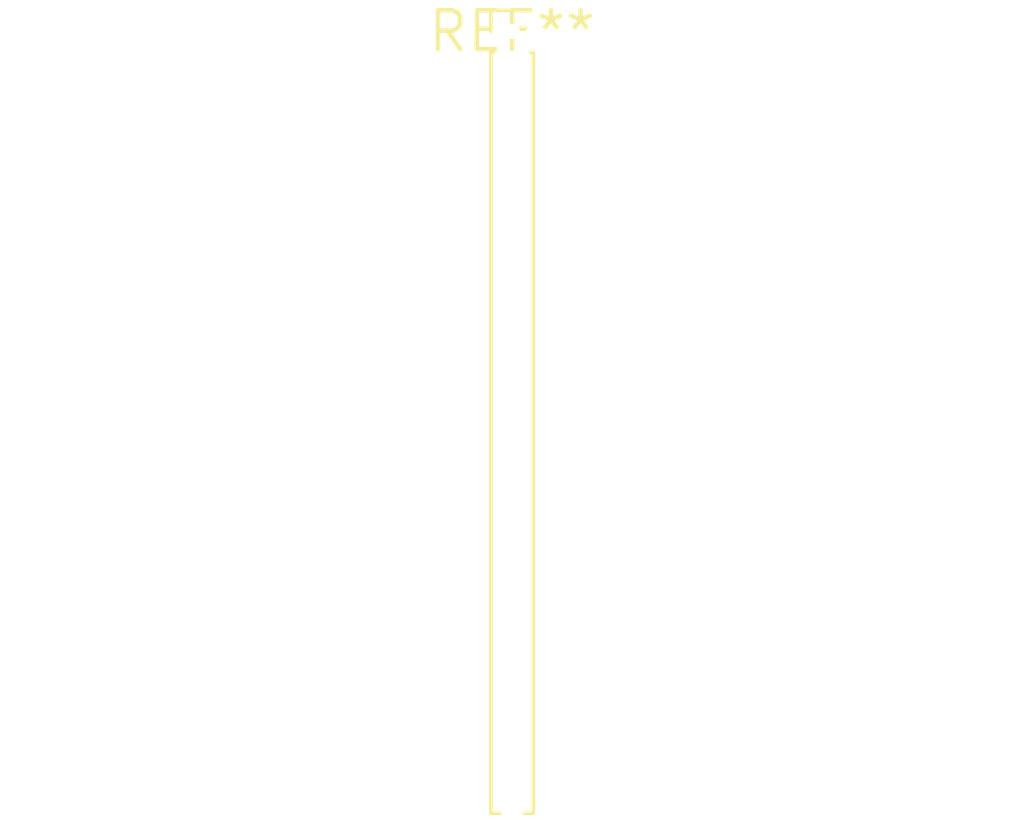
<source format=kicad_pcb>
(kicad_pcb (version 20240108) (generator pcbnew)
  (layers (0 "F.Cu" signal) (31 "B.Cu" signal) (34 "B.Paste" user) (35 "F.Paste" user) (36 "B.SilkS" user "B.Silkscreen") (37 "F.SilkS" user "F.Silkscreen") (38 "B.Mask" user) (39 "F.Mask" user) (44 "Edge.Cuts" user))
  (net 0 "")
  (footprint "PinHeader_1x26_P1.00mm_Vertical" (layer "F.Cu") (at 0 0)
    (property "Reference" "REF**")
    (property "Value" "PinHeader_1x26_P1.00mm_Vertical")
    (fp_line (start -0.695 -0.685) (end 0 -0.685) (layer "F.SilkS") (stroke (width 0.12)))
    (fp_line (start -0.695 0) (end -0.695 -0.685) (layer "F.SilkS") (stroke (width 0.12)))
    (fp_line (start -0.695 0.685) (end -0.695 25.56) (layer "F.SilkS") (stroke (width 0.12)))
    (fp_line (start -0.695 0.685) (end -0.608276 0.685) (layer "F.SilkS") (stroke (width 0.12)))
    (fp_line (start -0.695 25.56) (end -0.394493 25.56) (layer "F.SilkS") (stroke (width 0.12)))
    (fp_line (start 0.394493 25.56) (end 0.695 25.56) (layer "F.SilkS") (stroke (width 0.12)))
    (fp_line (start 0.608276 0.685) (end 0.695 0.685) (layer "F.SilkS") (stroke (width 0.12)))
    (fp_line (start 0.695 0.685) (end 0.695 25.56) (layer "F.SilkS") (stroke (width 0.12)))
    (pad "1" thru_hole rect (at 0 0) (size 0.85 0.85) (drill 0.5) (layers *.Cu *.Mask) (remove_unused_layers))
    (pad "2" thru_hole oval (at 0 1) (size 0.85 0.85) (drill 0.5) (layers *.Cu *.Mask) (remove_unused_layers))
    (pad "3" thru_hole oval (at 0 2) (size 0.85 0.85) (drill 0.5) (layers *.Cu *.Mask) (remove_unused_layers))
    (pad "4" thru_hole oval (at 0 3) (size 0.85 0.85) (drill 0.5) (layers *.Cu *.Mask) (remove_unused_layers))
    (pad "5" thru_hole oval (at 0 4) (size 0.85 0.85) (drill 0.5) (layers *.Cu *.Mask) (remove_unused_layers))
    (pad "6" thru_hole oval (at 0 5) (size 0.85 0.85) (drill 0.5) (layers *.Cu *.Mask) (remove_unused_layers))
    (pad "7" thru_hole oval (at 0 6) (size 0.85 0.85) (drill 0.5) (layers *.Cu *.Mask) (remove_unused_layers))
    (pad "8" thru_hole oval (at 0 7) (size 0.85 0.85) (drill 0.5) (layers *.Cu *.Mask) (remove_unused_layers))
    (pad "9" thru_hole oval (at 0 8) (size 0.85 0.85) (drill 0.5) (layers *.Cu *.Mask) (remove_unused_layers))
    (pad "10" thru_hole oval (at 0 9) (size 0.85 0.85) (drill 0.5) (layers *.Cu *.Mask) (remove_unused_layers))
    (pad "11" thru_hole oval (at 0 10) (size 0.85 0.85) (drill 0.5) (layers *.Cu *.Mask) (remove_unused_layers))
    (pad "12" thru_hole oval (at 0 11) (size 0.85 0.85) (drill 0.5) (layers *.Cu *.Mask) (remove_unused_layers))
    (pad "13" thru_hole oval (at 0 12) (size 0.85 0.85) (drill 0.5) (layers *.Cu *.Mask) (remove_unused_layers))
    (pad "14" thru_hole oval (at 0 13) (size 0.85 0.85) (drill 0.5) (layers *.Cu *.Mask) (remove_unused_layers))
    (pad "15" thru_hole oval (at 0 14) (size 0.85 0.85) (drill 0.5) (layers *.Cu *.Mask) (remove_unused_layers))
    (pad "16" thru_hole oval (at 0 15) (size 0.85 0.85) (drill 0.5) (layers *.Cu *.Mask) (remove_unused_layers))
    (pad "17" thru_hole oval (at 0 16) (size 0.85 0.85) (drill 0.5) (layers *.Cu *.Mask) (remove_unused_layers))
    (pad "18" thru_hole oval (at 0 17) (size 0.85 0.85) (drill 0.5) (layers *.Cu *.Mask) (remove_unused_layers))
    (pad "19" thru_hole oval (at 0 18) (size 0.85 0.85) (drill 0.5) (layers *.Cu *.Mask) (remove_unused_layers))
    (pad "20" thru_hole oval (at 0 19) (size 0.85 0.85) (drill 0.5) (layers *.Cu *.Mask) (remove_unused_layers))
    (pad "21" thru_hole oval (at 0 20) (size 0.85 0.85) (drill 0.5) (layers *.Cu *.Mask) (remove_unused_layers))
    (pad "22" thru_hole oval (at 0 21) (size 0.85 0.85) (drill 0.5) (layers *.Cu *.Mask) (remove_unused_layers))
    (pad "23" thru_hole oval (at 0 22) (size 0.85 0.85) (drill 0.5) (layers *.Cu *.Mask) (remove_unused_layers))
    (pad "24" thru_hole oval (at 0 23) (size 0.85 0.85) (drill 0.5) (layers *.Cu *.Mask) (remove_unused_layers))
    (pad "25" thru_hole oval (at 0 24) (size 0.85 0.85) (drill 0.5) (layers *.Cu *.Mask) (remove_unused_layers))
    (pad "26" thru_hole oval (at 0 25) (size 0.85 0.85) (drill 0.5) (layers *.Cu *.Mask) (remove_unused_layers))
  )
)
</source>
